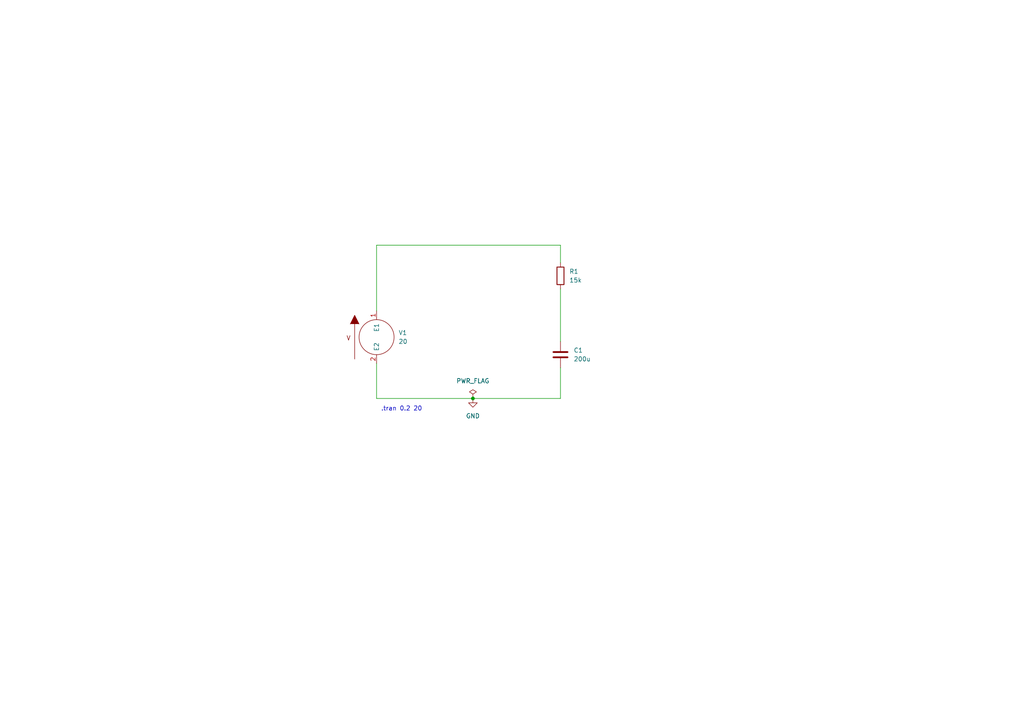
<source format=kicad_sch>
(kicad_sch (version 20211123) (generator eeschema)
  (paper "A4")
  (lib_symbols
    (symbol "Device:C" (pin_numbers hide) (pin_names (offset 0.254))
      (property "Reference" "C" (at 0.635 2.54 0))
      (property "Value" "C" (at 0.635 -2.54 0))
      (symbol "C_0_1"
        (polyline (pts (xy -2.032 -0.762) (xy 2.032 -0.762)) (stroke (width 0.508)))
        (polyline (pts (xy -2.032 0.762) (xy 2.032 0.762)) (stroke (width 0.508)))
      )
      (symbol "C_1_1"
        (pin passive line (at 0 3.81 270) (length 2.794) (name "~") (number "1"))
        (pin passive line (at 0 -3.81 90) (length 2.794) (name "~") (number "2"))
      )
    )
    (symbol "Device:R" (pin_numbers hide) (pin_names (offset 0))
      (property "Reference" "R" (at 2.032 0 90))
      (property "Value" "R" (at 0 0 90))
      (symbol "R_0_1"
        (rectangle (start -1.016 -2.54) (end 1.016 2.54) (stroke (width 0.254)))
      )
      (symbol "R_1_1"
        (pin passive line (at 0 3.81 270) (length 1.27) (name "~") (number "1"))
        (pin passive line (at 0 -3.81 90) (length 1.27) (name "~") (number "2"))
      )
    )
    (symbol "power:GND" (power) (pin_names (offset 0))
      (property "Value" "GND" (at 0 -3.81 0))
      (symbol "GND_0_1"
        (polyline (pts (xy 0 0) (xy 0 -1.27) (xy 1.27 -1.27) (xy 0 -2.54) (xy -1.27 -1.27) (xy 0 -1.27)))
      )
      (symbol "GND_1_1"
        (pin power_in line (at 0 0 270) (length 0) hide (name "GND") (number "1"))
      )
    )
    (symbol "power:PWR_FLAG" (power) (pin_numbers hide) (pin_names (offset 0) hide)
      (property "Value" "PWR_FLAG" (at 0 3.81 0))
      (symbol "PWR_FLAG_0_0"
        (pin power_out line (at 0 0 90) (length 0) (name "pwr") (number "1"))
      )
      (symbol "PWR_FLAG_0_1"
        (polyline (pts (xy 0 0) (xy 0 1.27) (xy -1.016 1.905) (xy 0 2.54) (xy 1.016 1.905) (xy 0 1.27)))
      )
    )
    (symbol "pspice:VSOURCE" (pin_names (offset 1.016))
      (property "Reference" "V" (at -6.35 7.62 0))
      (property "Value" "VSOURCE" (at 0 0 0))
      (symbol "VSOURCE_0_1"
        (polyline (pts (xy -6.35 -6.35) (xy -6.35 3.81)) (fill (type outline)))
        (polyline (pts (xy -7.62 3.81) (xy -6.35 6.35) (xy -5.08 3.81)) (fill (type outline)))
        (circle (center 0 0) (radius 5.08))
        (text "V" (at -8.128 -0.254 0) (effects (font (size 1.27 1.27))))
      )
      (symbol "VSOURCE_1_1"
        (pin input line (at 0 7.62 270) (length 2.54) (name "E1") (number "1"))
        (pin input line (at 0 -7.62 90) (length 2.54) (name "E2") (number "2"))
      )
    )
  )
  (junction (at 137.16 115.57))
  (wire (pts (xy 162.56 106.68) (xy 162.56 115.57)))
  (wire (pts (xy 109.22 105.41) (xy 109.22 115.57)))
  (wire (pts (xy 109.22 71.12) (xy 162.56 71.12)))
  (wire (pts (xy 162.56 83.82) (xy 162.56 99.06)))
  (wire (pts (xy 137.16 115.57) (xy 162.56 115.57)))
  (wire (pts (xy 109.22 115.57) (xy 137.16 115.57)))
  (wire (pts (xy 162.56 71.12) (xy 162.56 76.2)))
  (wire (pts (xy 109.22 90.17) (xy 109.22 71.12)))
  (text ".tran 0.2 20" (at 110.49 119.38 0) (effects (font (size 1.27 1.27)) (justify left bottom)))
  (symbol (lib_id "pspice:VSOURCE") (at 109.22 97.79 0) (unit 1)
    (property "Reference" "V1" (at 115.57 96.5199 0) (effects (justify left)))
    (property "Value" "20" (at 115.57 99.0599 0) (effects (justify left)))
    (property "Spice_Primitive" "V" (effects hide))
    (property "Spice_Model" "pulse(0 20)" (effects hide))
    (property "Spice_Netlist_Enabled" "Y" (effects hide))
  )
  (symbol (lib_id "Device:C") (at 162.56 102.87 0) (unit 1)
    (property "Reference" "C1" (at 166.37 101.5999 0) (effects (justify left)))
    (property "Value" "200u" (at 166.37 104.1399 0) (effects (justify left)))
  )
  (symbol (lib_id "power:PWR_FLAG") (at 137.16 115.57 0) (unit 1)
    (property "Reference" "#FLG01" (effects hide))
    (property "Value" "PWR_FLAG" (at 137.16 110.49 0))
  )
  (symbol (lib_id "Device:R") (at 162.56 80.01 0) (unit 1)
    (property "Reference" "R1" (at 165.1 78.7399 0) (effects (justify left)))
    (property "Value" "15k" (at 165.1 81.2799 0) (effects (justify left)))
  )
  (symbol (lib_id "power:GND") (at 137.16 115.57 0) (unit 1)
    (property "Reference" "#PWR01" (effects hide))
    (property "Value" "GND" (at 137.16 120.65 0))
  )
)
</source>
